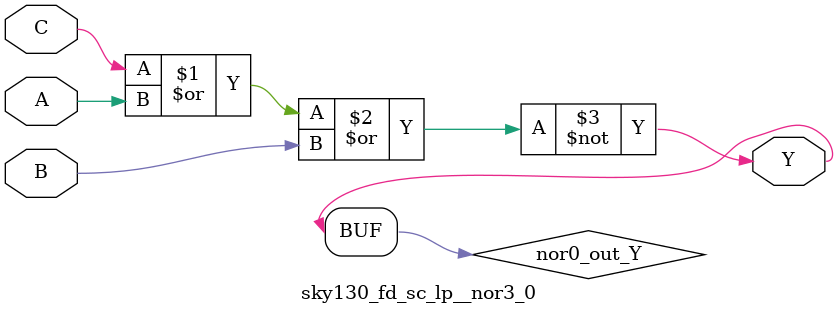
<source format=v>
/*
 * Copyright 2020 The SkyWater PDK Authors
 *
 * Licensed under the Apache License, Version 2.0 (the "License");
 * you may not use this file except in compliance with the License.
 * You may obtain a copy of the License at
 *
 *     https://www.apache.org/licenses/LICENSE-2.0
 *
 * Unless required by applicable law or agreed to in writing, software
 * distributed under the License is distributed on an "AS IS" BASIS,
 * WITHOUT WARRANTIES OR CONDITIONS OF ANY KIND, either express or implied.
 * See the License for the specific language governing permissions and
 * limitations under the License.
 *
 * SPDX-License-Identifier: Apache-2.0
*/


`ifndef SKY130_FD_SC_LP__NOR3_0_FUNCTIONAL_V
`define SKY130_FD_SC_LP__NOR3_0_FUNCTIONAL_V

/**
 * nor3: 3-input NOR.
 *
 *       Y = !(A | B | C | !D)
 *
 * Verilog simulation functional model.
 */

`timescale 1ns / 1ps
`default_nettype none

`celldefine
module sky130_fd_sc_lp__nor3_0 (
    Y,
    A,
    B,
    C
);

    // Module ports
    output Y;
    input  A;
    input  B;
    input  C;

    // Local signals
    wire nor0_out_Y;

    //  Name  Output      Other arguments
    nor nor0 (nor0_out_Y, C, A, B        );
    buf buf0 (Y         , nor0_out_Y     );

endmodule
`endcelldefine

`default_nettype wire
`endif  // SKY130_FD_SC_LP__NOR3_0_FUNCTIONAL_V

</source>
